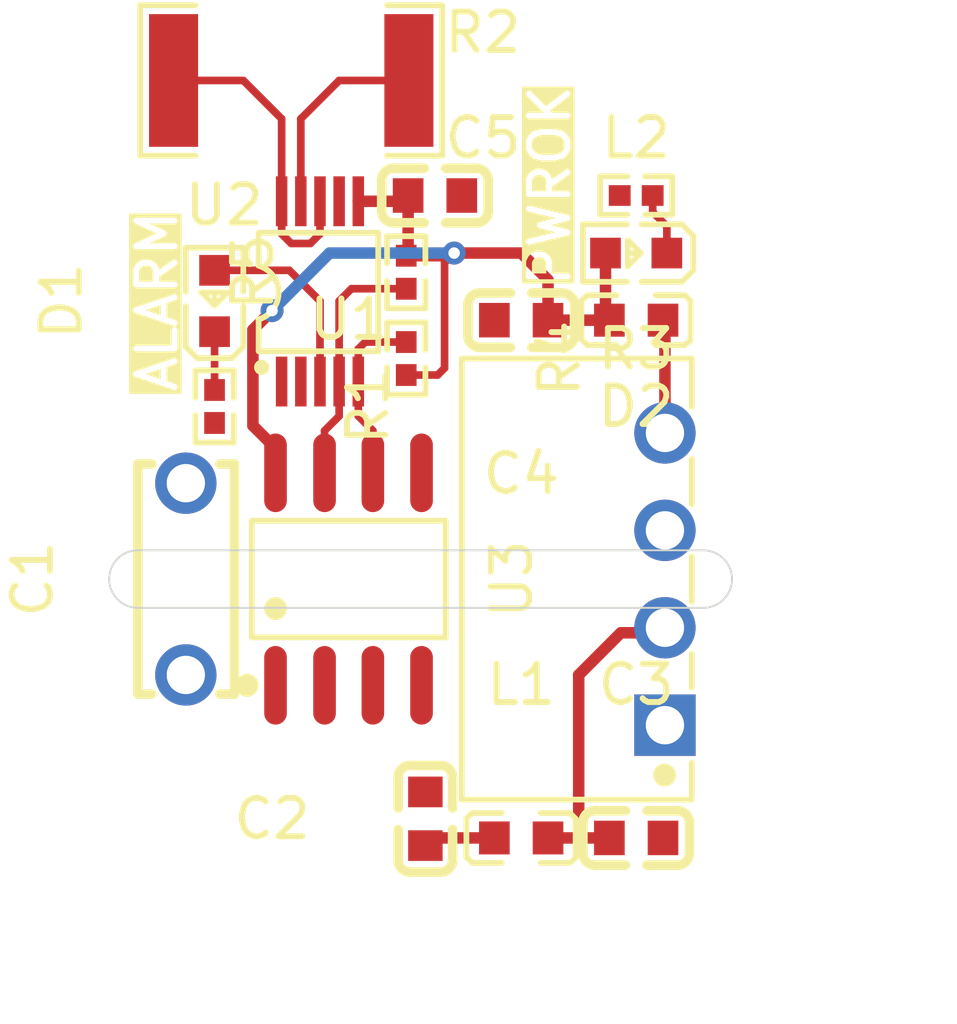
<source format=kicad_pcb>
(kicad_pcb (version 20241229) (generator "pcbnew") (generator_version "9.0")
  (layers (0 "F.Cu" signal) (2 "B.Cu" signal) (13 "F.Paste" user) (15 "B.Paste" user) (5 "F.SilkS" user "F.Silkscreen") (7 "B.SilkS" user "B.Silkscreen") (1 "F.Mask" user) (3 "B.Mask" user) (25 "Edge.Cuts" user))
  (net 0 "")
  (net 1 "line-1")
  (net 2 "hv")
  (net 3 "gnd-2")
  (net 4 "line")
  (net 5 "power_isolator-hv-1")
  (net 6 "hv-3")
  (net 7 "hv-5")
  (net 8 "alarm_led.led-cathode")
  (net 9 "gnd-1")
  (net 10 "power_indicator-cathode")
  (net 11 "hv-1")
  (net 12 "power_isolator-hv")
  (net 13 "hv-4")
  (net 14 "line-2")
  (net 15 "hv-2")
  (net 16 "ina228.ina288-line")
  (net 17 "ina228.ina288-line-1")
  (net 18 "line-3")
  (net 19 "gnd")
  (footprint "atopile:VSSOP-10_L3.0-W3.0-P0.50-LS4.9-BL-31a551" (layer "F.Cu") (at -0.75 -7.5 0)
    (property "Reference" "U2" (at -2.5 -2.25 0) (layer "F.SilkS") (hide no))
    (property "Value" "")
    (fp_line (start -1.6 -1.53) (end -1.6 -0.7) (stroke (width 0.15)) (layer "F.SilkS"))
    (fp_line (start -1.6 0.73) (end -1.6 1.56) (stroke (width 0.15)) (layer "F.SilkS"))
    (fp_line (start -1.58 -1.53) (end 1.52 -1.53) (stroke (width 0.15)) (layer "F.SilkS"))
    (fp_line (start -1.58 1.56) (end 1.52 1.56) (stroke (width 0.15)) (layer "F.SilkS"))
    (fp_line (start 1.52 1.57) (end 1.52 -1.53) (stroke (width 0.15)) (layer "F.SilkS"))
    (fp_arc (start -1.605241 -0.671551) (mid -1.079184 0.027267) (end -1.6 0.73) (stroke (width 0.15)) (layer "F.SilkS"))
    (fp_circle (center -1.52 1.98) (end -1.42 1.98) (stroke (width 0.2)) (fill no) (layer "F.SilkS"))
    (fp_text user "${REFERENCE}" (at -2.5 -2.25 0) (layer "F.SilkS"))
    (pad "1" smd rect (at -1 2.35 0) (size 0.3 1.3) (layers "F.Cu" "F.Mask" "F.Paste") (net 17 "ina228.ina288-line-1"))
    (pad "2" smd rect (at -0.5 2.35 0) (size 0.3 1.3) (layers "F.Cu" "F.Mask" "F.Paste") (net 16 "ina228.ina288-line"))
    (pad "3" smd rect (at 0 2.35 0) (size 0.3 1.3) (layers "F.Cu" "F.Mask" "F.Paste") (net 7 "hv-5"))
    (pad "4" smd rect (at 0.5 2.35 0) (size 0.3 1.3) (layers "F.Cu" "F.Mask" "F.Paste") (net 1 "line-1"))
    (pad "5" smd rect (at 1 2.35 0) (size 0.3 1.3) (layers "F.Cu" "F.Mask" "F.Paste") (net 4 "line"))
    (pad "6" smd rect (at 1 -2.35 0) (size 0.3 1.3) (layers "F.Cu" "F.Mask" "F.Paste") (net 13 "hv-4"))
    (pad "7" smd rect (at 0.5 -2.35 0) (size 0.3 1.3) (layers "F.Cu" "F.Mask" "F.Paste") (net 3 "gnd-2"))
    (pad "8" smd rect (at 0 -2.35 0) (size 0.3 1.3) (layers "F.Cu" "F.Mask" "F.Paste") (net 2 "hv"))
    (pad "9" smd rect (at -0.5 -2.35 0) (size 0.3 1.3) (layers "F.Cu" "F.Mask" "F.Paste") (net 15 "hv-2"))
    (pad "10" smd rect (at -1 -2.35 0) (size 0.3 1.3) (layers "F.Cu" "F.Mask" "F.Paste") (net 2 "hv"))
  )
  (footprint "atopile:R0402-56259e" (layer "F.Cu") (at 1.5 -8 90)
    (property "Reference" "R5" (at 0 -4 90) (layer "F.SilkS") (hide no))
    (property "Value" "1kΩ ±1% 62.5mW")
    (fp_line (start 0.94 -0.5) (end 0.23 -0.5) (stroke (width 0.15)) (layer "F.SilkS"))
    (fp_line (start -0.94 -0.5) (end -0.23 -0.5) (stroke (width 0.15)) (layer "F.SilkS"))
    (fp_line (start 0.94 0.5) (end 0.94 -0.5) (stroke (width 0.15)) (layer "F.SilkS"))
    (fp_line (start 0.23 0.5) (end 0.94 0.5) (stroke (width 0.15)) (layer "F.SilkS"))
    (fp_line (start -0.23 0.5) (end -0.94 0.5) (stroke (width 0.15)) (layer "F.SilkS"))
    (fp_line (start -0.94 0.5) (end -0.94 -0.5) (stroke (width 0.15)) (layer "F.SilkS"))
    (fp_text user "${REFERENCE}" (at 0 -4 90) (layer "F.SilkS"))
    (pad "1" smd rect (at -0.43 0 90) (size 0.57 0.54) (layers "F.Cu" "F.Mask" "F.Paste") (net 1 "line-1"))
    (pad "2" smd rect (at 0.43 0 90) (size 0.57 0.54) (layers "F.Cu" "F.Mask" "F.Paste") (net 13 "hv-4"))
  )
  (footprint "atopile:SOIC-8_L4.9-W3.9-P1.27-LS6.0-BL-6ccfeb" (layer "F.Cu") (at 0 0 0)
    (property "Reference" "U1" (at 0 -6.77 0) (layer "F.SilkS") (hide no))
    (property "Value" "")
    (fp_line (start -2.53 -1.52) (end 2.53 -1.52) (stroke (width 0.15)) (layer "F.SilkS"))
    (fp_line (start -2.53 1.52) (end -2.53 -1.52) (stroke (width 0.15)) (layer "F.SilkS"))
    (fp_line (start 2.53 -1.52) (end 2.53 1.52) (stroke (width 0.15)) (layer "F.SilkS"))
    (fp_line (start 2.53 1.52) (end -2.53 1.52) (stroke (width 0.15)) (layer "F.SilkS"))
    (fp_circle (center -2.65 2.77) (end -2.5 2.77) (stroke (width 0.3)) (fill no) (layer "F.SilkS"))
    (fp_circle (center -1.91 0.77) (end -1.76 0.77) (stroke (width 0.3)) (fill no) (layer "F.SilkS"))
    (fp_text user "${REFERENCE}" (at 0 -6.77 0) (layer "F.SilkS"))
    (pad "1" smd oval (at -1.91 2.77 0) (size 0.59 2.05) (layers "F.Cu" "F.Mask" "F.Paste") (net 6 "hv-3"))
    (pad "2" smd oval (at -0.63 2.77 0) (size 0.59 2.05) (layers "F.Cu" "F.Mask" "F.Paste") (net 18 "line-3"))
    (pad "3" smd oval (at 0.63 2.77 0) (size 0.59 2.05) (layers "F.Cu" "F.Mask" "F.Paste") (net 14 "line-2"))
    (pad "4" smd oval (at 1.9 2.77 0) (size 0.59 2.05) (layers "F.Cu" "F.Mask" "F.Paste") (net 9 "gnd-1"))
    (pad "5" smd oval (at 1.9 -2.77 0) (size 0.59 2.05) (layers "F.Cu" "F.Mask" "F.Paste") (net 3 "gnd-2"))
    (pad "6" smd oval (at 0.63 -2.77 0) (size 0.59 2.05) (layers "F.Cu" "F.Mask" "F.Paste") (net 4 "line"))
    (pad "7" smd oval (at -0.63 -2.77 0) (size 0.59 2.05) (layers "F.Cu" "F.Mask" "F.Paste") (net 1 "line-1"))
    (pad "8" smd oval (at -1.91 -2.77 0) (size 0.59 2.05) (layers "F.Cu" "F.Mask" "F.Paste") (net 13 "hv-4"))
  )
  (footprint "atopile:LED0603-RD-c81ffb" (layer "F.Cu") (at 7.5 -8.5 180)
    (property "Reference" "D2" (at 0 -4 0) (layer "F.SilkS") (hide no))
    (property "Value" "")
    (fp_line (start 1.39 -0.75) (end 1.39 0.73) (stroke (width 0.15)) (layer "F.SilkS"))
    (fp_line (start 0.24 0.75) (end 1.39 0.75) (stroke (width 0.15)) (layer "F.SilkS"))
    (fp_line (start 0.24 -0.75) (end 1.39 -0.75) (stroke (width 0.15)) (layer "F.SilkS"))
    (fp_line (start 0.22 0.33) (end 0.21 0.33) (stroke (width 0.15)) (layer "F.SilkS"))
    (fp_line (start 0.22 0) (end -0.12 0) (stroke (width 0.15)) (layer "F.SilkS"))
    (fp_line (start 0.22 -0.34) (end -0.12 0) (stroke (width 0.15)) (layer "F.SilkS"))
    (fp_line (start 0.22 -0.35) (end 0.22 0.33) (stroke (width 0.15)) (layer "F.SilkS"))
    (fp_line (start 0.22 -0.35) (end 0.22 -0.34) (stroke (width 0.15)) (layer "F.SilkS"))
    (fp_line (start 0.21 0.33) (end -0.12 0) (stroke (width 0.15)) (layer "F.SilkS"))
    (fp_line (start -0.14 0.75) (end -1.19 0.75) (stroke (width 0.15)) (layer "F.SilkS"))
    (fp_line (start -0.14 -0.75) (end -1.19 -0.75) (stroke (width 0.15)) (layer "F.SilkS"))
    (fp_line (start -1.49 0.45) (end -1.19 0.75) (stroke (width 0.15)) (layer "F.SilkS"))
    (fp_line (start -1.49 0.35) (end -1.49 0.45) (stroke (width 0.15)) (layer "F.SilkS"))
    (fp_line (start -1.49 -0.35) (end -1.49 0.35) (stroke (width 0.15)) (layer "F.SilkS"))
    (fp_line (start -1.49 -0.35) (end -1.49 -0.45) (stroke (width 0.15)) (layer "F.SilkS"))
    (fp_line (start -1.49 -0.45) (end -1.19 -0.75) (stroke (width 0.15)) (layer "F.SilkS"))
    (fp_text user "${REFERENCE}" (at 0 -4 0) (layer "F.SilkS"))
    (pad "1" smd rect (at -0.8 0 270) (size 0.8 0.8) (layers "F.Cu" "F.Mask" "F.Paste") (net 10 "power_indicator-cathode"))
    (pad "2" smd rect (at 0.8 0 270) (size 0.8 0.8) (layers "F.Cu" "F.Mask" "F.Paste") (net 13 "hv-4"))
  )
  (footprint "atopile:L0603-9cac2b" (layer "F.Cu") (at 7.5 -6.75 0)
    (property "Reference" "L2" (at 0 -4.75 0) (layer "F.SilkS") (hide no))
    (property "Value" "")
    (fp_line (start -1.43 -0.51) (end -1.27 -0.65) (stroke (width 0.15)) (layer "F.SilkS"))
    (fp_line (start -1.43 0.5) (end -1.43 -0.51) (stroke (width 0.15)) (layer "F.SilkS"))
    (fp_line (start -1.28 -0.65) (end -0.51 -0.65) (stroke (width 0.15)) (layer "F.SilkS"))
    (fp_line (start -1.28 0.65) (end -0.51 0.65) (stroke (width 0.15)) (layer "F.SilkS"))
    (fp_line (start -1.27 0.65) (end -1.43 0.5) (stroke (width 0.15)) (layer "F.SilkS"))
    (fp_line (start 1.27 -0.65) (end 0.51 -0.65) (stroke (width 0.15)) (layer "F.SilkS"))
    (fp_line (start 1.27 -0.65) (end 1.42 -0.5) (stroke (width 0.15)) (layer "F.SilkS"))
    (fp_line (start 1.27 0.65) (end 0.51 0.65) (stroke (width 0.15)) (layer "F.SilkS"))
    (fp_line (start 1.42 -0.5) (end 1.42 0.52) (stroke (width 0.15)) (layer "F.SilkS"))
    (fp_line (start 1.42 0.52) (end 1.27 0.65) (stroke (width 0.15)) (layer "F.SilkS"))
    (fp_text user "${REFERENCE}" (at 0 -4.75 0) (layer "F.SilkS"))
    (pad "1" smd rect (at -0.7 0 180) (size 0.8 0.86) (layers "F.Cu" "F.Mask" "F.Paste") (net 13 "hv-4"))
    (pad "2" smd rect (at 0.7 0 180) (size 0.8 0.86) (layers "F.Cu" "F.Mask" "F.Paste") (net 5 "power_isolator-hv-1"))
  )
  (footprint "atopile:LED0603-RD-c81ffb" (layer "F.Cu") (at -3.5 -7.25 90)
    (property "Reference" "D1" (at 0 -4 90) (layer "F.SilkS") (hide no))
    (property "Value" "")
    (fp_line (start 1.39 -0.75) (end 1.39 0.73) (stroke (width 0.15)) (layer "F.SilkS"))
    (fp_line (start 0.24 -0.75) (end 1.39 -0.75) (stroke (width 0.15)) (layer "F.SilkS"))
    (fp_line (start -0.14 -0.75) (end -1.19 -0.75) (stroke (width 0.15)) (layer "F.SilkS"))
    (fp_line (start -1.49 -0.45) (end -1.19 -0.75) (stroke (width 0.15)) (layer "F.SilkS"))
    (fp_line (start 0.22 -0.35) (end 0.22 -0.34) (stroke (width 0.15)) (layer "F.SilkS"))
    (fp_line (start 0.22 -0.35) (end 0.22 0.33) (stroke (width 0.15)) (layer "F.SilkS"))
    (fp_line (start -1.49 -0.35) (end -1.49 -0.45) (stroke (width 0.15)) (layer "F.SilkS"))
    (fp_line (start -1.49 -0.35) (end -1.49 0.35) (stroke (width 0.15)) (layer "F.SilkS"))
    (fp_line (start 0.22 -0.34) (end -0.12 0) (stroke (width 0.15)) (layer "F.SilkS"))
    (fp_line (start 0.22 0) (end -0.12 0) (stroke (width 0.15)) (layer "F.SilkS"))
    (fp_line (start 0.22 0.33) (end 0.21 0.33) (stroke (width 0.15)) (layer "F.SilkS"))
    (fp_line (start 0.21 0.33) (end -0.12 0) (stroke (width 0.15)) (layer "F.SilkS"))
    (fp_line (start -1.49 0.35) (end -1.49 0.45) (stroke (width 0.15)) (layer "F.SilkS"))
    (fp_line (start -1.49 0.45) (end -1.19 0.75) (stroke (width 0.15)) (layer "F.SilkS"))
    (fp_line (start 0.24 0.75) (end 1.39 0.75) (stroke (width 0.15)) (layer "F.SilkS"))
    (fp_line (start -0.14 0.75) (end -1.19 0.75) (stroke (width 0.15)) (layer "F.SilkS"))
    (fp_text user "${REFERENCE}" (at 0 -4 90) (layer "F.SilkS"))
    (pad "1" smd rect (at -0.8 0 180) (size 0.8 0.8) (layers "F.Cu" "F.Mask" "F.Paste") (net 8 "alarm_led.led-cathode"))
    (pad "2" smd rect (at 0.8 0 180) (size 0.8 0.8) (layers "F.Cu" "F.Mask" "F.Paste") (net 7 "hv-5"))
  )
  (footprint "atopile:C0603-bd72f6" (layer "F.Cu") (at 2 6.25 90)
    (property "Reference" "C2" (at 0 -4 0) (layer "F.SilkS") (hide no))
    (property "Value" "4.7µF ±10% 10V X5R")
    (fp_line (start 0.28 -0.71) (end 1.08 -0.71) (stroke (width 0.25)) (layer "F.SilkS"))
    (fp_line (start -0.28 -0.71) (end -1.08 -0.71) (stroke (width 0.25)) (layer "F.SilkS"))
    (fp_line (start 1.39 -0.4) (end 1.39 0.4) (stroke (width 0.25)) (layer "F.SilkS"))
    (fp_line (start -1.39 0.4) (end -1.39 -0.4) (stroke (width 0.25)) (layer "F.SilkS"))
    (fp_line (start 0.28 0.71) (end 1.08 0.71) (stroke (width 0.25)) (layer "F.SilkS"))
    (fp_line (start -0.28 0.71) (end -1.08 0.71) (stroke (width 0.25)) (layer "F.SilkS"))
    (fp_arc (start 1.08 -0.71) (mid 1.299203 -0.619203) (end 1.39 -0.4) (stroke (width 0.25)) (layer "F.SilkS"))
    (fp_arc (start -1.39 -0.4) (mid -1.299203 -0.619203) (end -1.08 -0.71) (stroke (width 0.25)) (layer "F.SilkS"))
    (fp_arc (start 1.39 0.4) (mid 1.299203 0.619203) (end 1.08 0.71) (stroke (width 0.25)) (layer "F.SilkS"))
    (fp_arc (start -1.08 0.71) (mid -1.299203 0.619203) (end -1.39 0.4) (stroke (width 0.25)) (layer "F.SilkS"))
    (fp_text user "${REFERENCE}" (at 0 -4 0) (layer "F.SilkS"))
    (pad "1" smd rect (at -0.7 0 90) (size 0.8 0.9) (layers "F.Cu" "F.Mask" "F.Paste") (net 11 "hv-1"))
    (pad "2" smd rect (at 0.7 0 90) (size 0.8 0.9) (layers "F.Cu" "F.Mask" "F.Paste") (net 19 "gnd"))
  )
  (footprint "atopile:L0603-9cac2b" (layer "F.Cu") (at 4.5 6.75 0)
    (property "Reference" "L1" (at 0 -4 0) (layer "F.SilkS") (hide no))
    (property "Value" "")
    (fp_line (start -1.43 -0.51) (end -1.27 -0.65) (stroke (width 0.15)) (layer "F.SilkS"))
    (fp_line (start -1.43 0.5) (end -1.43 -0.51) (stroke (width 0.15)) (layer "F.SilkS"))
    (fp_line (start -1.28 -0.65) (end -0.51 -0.65) (stroke (width 0.15)) (layer "F.SilkS"))
    (fp_line (start -1.28 0.65) (end -0.51 0.65) (stroke (width 0.15)) (layer "F.SilkS"))
    (fp_line (start -1.27 0.65) (end -1.43 0.5) (stroke (width 0.15)) (layer "F.SilkS"))
    (fp_line (start 1.27 -0.65) (end 0.51 -0.65) (stroke (width 0.15)) (layer "F.SilkS"))
    (fp_line (start 1.27 -0.65) (end 1.42 -0.5) (stroke (width 0.15)) (layer "F.SilkS"))
    (fp_line (start 1.27 0.65) (end 0.51 0.65) (stroke (width 0.15)) (layer "F.SilkS"))
    (fp_line (start 1.42 -0.5) (end 1.42 0.52) (stroke (width 0.15)) (layer "F.SilkS"))
    (fp_line (start 1.42 0.52) (end 1.27 0.65) (stroke (width 0.15)) (layer "F.SilkS"))
    (fp_text user "${REFERENCE}" (at 0 -4 0) (layer "F.SilkS"))
    (pad "1" smd rect (at -0.7 0 180) (size 0.8 0.86) (layers "F.Cu" "F.Mask" "F.Paste") (net 11 "hv-1"))
    (pad "2" smd rect (at 0.7 0 180) (size 0.8 0.86) (layers "F.Cu" "F.Mask" "F.Paste") (net 12 "power_isolator-hv"))
  )
  (footprint "atopile:C0603-bd72f6" (layer "F.Cu") (at 7.5 6.75 0)
    (property "Reference" "C3" (at 0 -4 0) (layer "F.SilkS") (hide no))
    (property "Value" "4.7µF ±10% 10V X5R")
    (fp_line (start -1.39 0.4) (end -1.39 -0.4) (stroke (width 0.25)) (layer "F.SilkS"))
    (fp_line (start -0.28 -0.71) (end -1.08 -0.71) (stroke (width 0.25)) (layer "F.SilkS"))
    (fp_line (start -0.28 0.71) (end -1.08 0.71) (stroke (width 0.25)) (layer "F.SilkS"))
    (fp_line (start 0.28 -0.71) (end 1.08 -0.71) (stroke (width 0.25)) (layer "F.SilkS"))
    (fp_line (start 0.28 0.71) (end 1.08 0.71) (stroke (width 0.25)) (layer "F.SilkS"))
    (fp_line (start 1.39 -0.4) (end 1.39 0.4) (stroke (width 0.25)) (layer "F.SilkS"))
    (fp_arc (start -1.39 -0.4) (mid -1.299203 -0.619203) (end -1.08 -0.71) (stroke (width 0.25)) (layer "F.SilkS"))
    (fp_arc (start -1.08 0.71) (mid -1.299203 0.619203) (end -1.39 0.4) (stroke (width 0.25)) (layer "F.SilkS"))
    (fp_arc (start 1.08 -0.71) (mid 1.299203 -0.619203) (end 1.39 -0.4) (stroke (width 0.25)) (layer "F.SilkS"))
    (fp_arc (start 1.39 0.4) (mid 1.299203 0.619203) (end 1.08 0.71) (stroke (width 0.25)) (layer "F.SilkS"))
    (fp_text user "${REFERENCE}" (at 0 -4 0) (layer "F.SilkS"))
    (pad "1" smd rect (at -0.7 0 0) (size 0.8 0.9) (layers "F.Cu" "F.Mask" "F.Paste") (net 12 "power_isolator-hv"))
    (pad "2" smd rect (at 0.7 0 0) (size 0.8 0.9) (layers "F.Cu" "F.Mask" "F.Paste") (net 19 "gnd"))
  )
  (footprint "atopile:R0402-56259e" (layer "F.Cu") (at 7.5 -10 180)
    (property "Reference" "R3" (at 0 -4 0) (layer "F.SilkS") (hide no))
    (property "Value" "1kΩ ±1% 62.5mW")
    (fp_line (start 0.94 0.5) (end 0.94 -0.5) (stroke (width 0.15)) (layer "F.SilkS"))
    (fp_line (start 0.94 -0.5) (end 0.23 -0.5) (stroke (width 0.15)) (layer "F.SilkS"))
    (fp_line (start 0.23 0.5) (end 0.94 0.5) (stroke (width 0.15)) (layer "F.SilkS"))
    (fp_line (start -0.23 0.5) (end -0.94 0.5) (stroke (width 0.15)) (layer "F.SilkS"))
    (fp_line (start -0.94 0.5) (end -0.94 -0.5) (stroke (width 0.15)) (layer "F.SilkS"))
    (fp_line (start -0.94 -0.5) (end -0.23 -0.5) (stroke (width 0.15)) (layer "F.SilkS"))
    (fp_text user "${REFERENCE}" (at 0 -4 0) (layer "F.SilkS"))
    (pad "1" smd rect (at -0.43 0 180) (size 0.57 0.54) (layers "F.Cu" "F.Mask" "F.Paste") (net 10 "power_indicator-cathode"))
    (pad "2" smd rect (at 0.43 0 180) (size 0.57 0.54) (layers "F.Cu" "F.Mask" "F.Paste") (net 3 "gnd-2"))
  )
  (footprint "atopile:R0402-56259e" (layer "F.Cu") (at 1.5 -5.75 -90)
    (property "Reference" "R4" (at 0 -4 90) (layer "F.SilkS") (hide no))
    (property "Value" "1kΩ ±1% 62.5mW")
    (fp_line (start -0.94 0.5) (end -0.94 -0.5) (stroke (width 0.15)) (layer "F.SilkS"))
    (fp_line (start -0.23 0.5) (end -0.94 0.5) (stroke (width 0.15)) (layer "F.SilkS"))
    (fp_line (start 0.23 0.5) (end 0.94 0.5) (stroke (width 0.15)) (layer "F.SilkS"))
    (fp_line (start 0.94 0.5) (end 0.94 -0.5) (stroke (width 0.15)) (layer "F.SilkS"))
    (fp_line (start -0.94 -0.5) (end -0.23 -0.5) (stroke (width 0.15)) (layer "F.SilkS"))
    (fp_line (start 0.94 -0.5) (end 0.23 -0.5) (stroke (width 0.15)) (layer "F.SilkS"))
    (fp_text user "${REFERENCE}" (at 0 -4 90) (layer "F.SilkS"))
    (pad "1" smd rect (at -0.43 0 270) (size 0.57 0.54) (layers "F.Cu" "F.Mask" "F.Paste") (net 4 "line"))
    (pad "2" smd rect (at 0.43 0 270) (size 0.57 0.54) (layers "F.Cu" "F.Mask" "F.Paste") (net 13 "hv-4"))
  )
  (footprint "atopile:CAP-TH_L6.0-W2.5-P5.00-D1.0-5e41da" (layer "F.Cu") (at -4.25 0 90)
    (property "Reference" "C1" (at 0 -4 90) (layer "F.SilkS") (hide no))
    (property "Value" "270pF ±10% 2kV")
    (fp_line (start 3 -1.25) (end -3 -1.25) (stroke (width 0.25)) (layer "F.SilkS"))
    (fp_line (start -3 -1.25) (end -3 -0.89) (stroke (width 0.25)) (layer "F.SilkS"))
    (fp_line (start 3 -0.89) (end 3 -1.25) (stroke (width 0.25)) (layer "F.SilkS"))
    (fp_line (start 3 0.89) (end 3 1.27) (stroke (width 0.25)) (layer "F.SilkS"))
    (fp_line (start 3 1.27) (end -3 1.27) (stroke (width 0.25)) (layer "F.SilkS"))
    (fp_line (start -3 1.27) (end -3 0.89) (stroke (width 0.25)) (layer "F.SilkS"))
    (fp_text user "${REFERENCE}" (at 0 -4 90) (layer "F.SilkS"))
    (pad "1" thru_hole circle (at -2.5 0 90) (size 1.6 1.6) (drill 0.999998) (layers "*.Cu" "*.Mask") (net 19 "gnd"))
    (pad "2" thru_hole circle (at 2.5 0 90) (size 1.6 1.6) (drill 0.999998) (layers "*.Cu" "*.Mask") (net 3 "gnd-2"))
  )
  (footprint "atopile:C0603-bd72f6" (layer "F.Cu") (at 2.25 -10 0)
    (property "Reference" "C5" (at 1.25 -1.5 0) (layer "F.SilkS") (hide no))
    (property "Value" "100nF ±10% 50V X7R")
    (fp_line (start -1.39 0.4) (end -1.39 -0.4) (stroke (width 0.25)) (layer "F.SilkS"))
    (fp_line (start -0.28 -0.71) (end -1.08 -0.71) (stroke (width 0.25)) (layer "F.SilkS"))
    (fp_line (start -0.28 0.71) (end -1.08 0.71) (stroke (width 0.25)) (layer "F.SilkS"))
    (fp_line (start 0.28 -0.71) (end 1.08 -0.71) (stroke (width 0.25)) (layer "F.SilkS"))
    (fp_line (start 0.28 0.71) (end 1.08 0.71) (stroke (width 0.25)) (layer "F.SilkS"))
    (fp_line (start 1.39 -0.4) (end 1.39 0.4) (stroke (width 0.25)) (layer "F.SilkS"))
    (fp_arc (start -1.39 -0.4) (mid -1.299203 -0.619203) (end -1.08 -0.71) (stroke (width 0.25)) (layer "F.SilkS"))
    (fp_arc (start -1.08 0.71) (mid -1.299203 0.619203) (end -1.39 0.4) (stroke (width 0.25)) (layer "F.SilkS"))
    (fp_arc (start 1.08 -0.71) (mid 1.299203 -0.619203) (end 1.39 -0.4) (stroke (width 0.25)) (layer "F.SilkS"))
    (fp_arc (start 1.39 0.4) (mid 1.299203 0.619203) (end 1.08 0.71) (stroke (width 0.25)) (layer "F.SilkS"))
    (fp_text user "${REFERENCE}" (at 1.25 -1.5 0) (layer "F.SilkS"))
    (pad "1" smd rect (at -0.7 0 0) (size 0.8 0.9) (layers "F.Cu" "F.Mask" "F.Paste") (net 13 "hv-4"))
    (pad "2" smd rect (at 0.7 0 0) (size 0.8 0.9) (layers "F.Cu" "F.Mask" "F.Paste") (net 3 "gnd-2"))
  )
  (footprint "atopile:C0603-bd72f6" (layer "F.Cu") (at 4.5 -6.75 180)
    (property "Reference" "C4" (at 0 -4 0) (layer "F.SilkS") (hide no))
    (property "Value" "10µF ±20% 6.3V X5R")
    (fp_line (start 1.39 -0.4) (end 1.39 0.4) (stroke (width 0.25)) (layer "F.SilkS"))
    (fp_line (start 0.28 0.71) (end 1.08 0.71) (stroke (width 0.25)) (layer "F.SilkS"))
    (fp_line (start 0.28 -0.71) (end 1.08 -0.71) (stroke (width 0.25)) (layer "F.SilkS"))
    (fp_line (start -0.28 0.71) (end -1.08 0.71) (stroke (width 0.25)) (layer "F.SilkS"))
    (fp_line (start -0.28 -0.71) (end -1.08 -0.71) (stroke (width 0.25)) (layer "F.SilkS"))
    (fp_line (start -1.39 0.4) (end -1.39 -0.4) (stroke (width 0.25)) (layer "F.SilkS"))
    (fp_arc (start 1.39 0.4) (mid 1.299203 0.619203) (end 1.08 0.71) (stroke (width 0.25)) (layer "F.SilkS"))
    (fp_arc (start 1.08 -0.71) (mid 1.299203 -0.619203) (end 1.39 -0.4) (stroke (width 0.25)) (layer "F.SilkS"))
    (fp_arc (start -1.08 0.71) (mid -1.299203 0.619203) (end -1.39 0.4) (stroke (width 0.25)) (layer "F.SilkS"))
    (fp_arc (start -1.39 -0.4) (mid -1.299203 -0.619203) (end -1.08 -0.71) (stroke (width 0.25)) (layer "F.SilkS"))
    (fp_text user "${REFERENCE}" (at 0 -4 0) (layer "F.SilkS"))
    (pad "1" smd rect (at -0.7 0 180) (size 0.8 0.9) (layers "F.Cu" "F.Mask" "F.Paste") (net 13 "hv-4"))
    (pad "2" smd rect (at 0.7 0 180) (size 0.8 0.9) (layers "F.Cu" "F.Mask" "F.Paste") (net 3 "gnd-2"))
  )
  (footprint "atopile:R2512-78e9bd" (layer "F.Cu") (at -1.5 -13 0)
    (property "Reference" "R2" (at 5 -1.25 0) (layer "F.SilkS") (hide no))
    (property "Value" "15mΩ ±1% 2W")
    (fp_line (start -3.94 -1.96) (end -2.5 -1.96) (stroke (width 0.15)) (layer "F.SilkS"))
    (fp_line (start -3.94 1.96) (end -3.94 -1.96) (stroke (width 0.15)) (layer "F.SilkS"))
    (fp_line (start -2.5 1.96) (end -3.94 1.96) (stroke (width 0.15)) (layer "F.SilkS"))
    (fp_line (start 2.5 1.96) (end 3.94 1.96) (stroke (width 0.15)) (layer "F.SilkS"))
    (fp_line (start 3.94 -1.96) (end 2.5 -1.96) (stroke (width 0.15)) (layer "F.SilkS"))
    (fp_line (start 3.94 1.96) (end 3.94 -1.96) (stroke (width 0.15)) (layer "F.SilkS"))
    (fp_text user "${REFERENCE}" (at 5 -1.25 0) (layer "F.SilkS"))
    (pad "1" smd rect (at -3.07 0 0) (size 1.28 3.46) (layers "F.Cu" "F.Mask" "F.Paste") (net 2 "hv"))
    (pad "2" smd rect (at 3.07 0 0) (size 1.28 3.46) (layers "F.Cu" "F.Mask" "F.Paste") (net 15 "hv-2"))
  )
  (footprint "atopile:R0402-56259e" (layer "F.Cu") (at -3.5 -4.5 -90)
    (property "Reference" "R1" (at 0 -4 90) (layer "F.SilkS") (hide no))
    (property "Value" "1kΩ ±1% 62.5mW")
    (fp_line (start -0.94 0.5) (end -0.94 -0.5) (stroke (width 0.15)) (layer "F.SilkS"))
    (fp_line (start -0.23 0.5) (end -0.94 0.5) (stroke (width 0.15)) (layer "F.SilkS"))
    (fp_line (start 0.23 0.5) (end 0.94 0.5) (stroke (width 0.15)) (layer "F.SilkS"))
    (fp_line (start 0.94 0.5) (end 0.94 -0.5) (stroke (width 0.15)) (layer "F.SilkS"))
    (fp_line (start -0.94 -0.5) (end -0.23 -0.5) (stroke (width 0.15)) (layer "F.SilkS"))
    (fp_line (start 0.94 -0.5) (end 0.23 -0.5) (stroke (width 0.15)) (layer "F.SilkS"))
    (fp_text user "${REFERENCE}" (at 0 -4 90) (layer "F.SilkS"))
    (pad "1" smd rect (at -0.43 0 270) (size 0.57 0.54) (layers "F.Cu" "F.Mask" "F.Paste") (net 8 "alarm_led.led-cathode"))
    (pad "2" smd rect (at 0.43 0 270) (size 0.57 0.54) (layers "F.Cu" "F.Mask" "F.Paste") (net 3 "gnd-2"))
  )
  (footprint "atopile:PWRM-TH_B0505S-1WR3-83f76b" (layer "F.Cu") (at 8.25 0 90)
    (property "Reference" "U3" (at 0 -4 90) (layer "F.SilkS") (hide no))
    (property "Value" "")
    (fp_line (start 5.75 -5.3) (end -5.75 -5.3) (stroke (width 0.15)) (layer "F.SilkS"))
    (fp_line (start -5.75 -5.3) (end -5.75 0.7) (stroke (width 0.15)) (layer "F.SilkS"))
    (fp_line (start 5.75 0.7) (end 5.75 -5.3) (stroke (width 0.15)) (layer "F.SilkS"))
    (fp_line (start 4.49 0.7) (end 5.75 0.7) (stroke (width 0.15)) (layer "F.SilkS"))
    (fp_line (start 1.95 0.7) (end 3.13 0.7) (stroke (width 0.15)) (layer "F.SilkS"))
    (fp_line (start -0.59 0.7) (end 0.59 0.7) (stroke (width 0.15)) (layer "F.SilkS"))
    (fp_line (start -0.59 0.7) (end -0.46 0.7) (stroke (width 0.15)) (layer "F.SilkS"))
    (fp_line (start -2.83 0.7) (end -1.95 0.7) (stroke (width 0.15)) (layer "F.SilkS"))
    (fp_line (start -5.75 0.7) (end -4.79 0.7) (stroke (width 0.15)) (layer "F.SilkS"))
    (fp_circle (center -5.11 -0.01) (end -4.96 -0.01) (stroke (width 0.3)) (fill no) (layer "F.SilkS"))
    (fp_text user "${REFERENCE}" (at 0 -4 90) (layer "F.SilkS"))
    (pad "1" thru_hole rect (at -3.81 0 90) (size 1.6 1.6) (drill 0.999998) (layers "*.Cu" "*.Mask") (net 19 "gnd"))
    (pad "2" thru_hole circle (at -1.27 0 90) (size 1.6 1.6) (drill 0.999998) (layers "*.Cu" "*.Mask") (net 12 "power_isolator-hv"))
    (pad "3" thru_hole circle (at 1.27 0 90) (size 1.6 1.6) (drill 0.999998) (layers "*.Cu" "*.Mask") (net 3 "gnd-2"))
    (pad "4" thru_hole circle (at 3.81 0 90) (size 1.6 1.6) (drill 0.999998) (layers "*.Cu" "*.Mask") (net 5 "power_isolator-hv-1"))
  )
  (via (at -2 -7) (size 0.6) (drill 0.3) (layers "F.Cu" "B.Cu") (net 13))
  (via (at 2.75 -8.5) (size 0.6) (drill 0.3) (layers "F.Cu" "B.Cu") (net 13))
  (segment (start -0.25 -5.15) (end -0.25 -7.25) (width 0.2) (net 1) (layer "F.Cu"))
  (segment (start -0.63 -3.87) (end -0.25 -4.25) (width 0.2) (net 1) (layer "F.Cu"))
  (segment (start -0.63 -2.77) (end -0.63 -3.87) (width 0.2) (net 1) (layer "F.Cu"))
  (segment (start -0.25 -5.15) (end -0.25 -4.25) (width 0.2) (net 1) (layer "F.Cu"))
  (segment (start 0.07 -7.57) (end 1.5 -7.57) (width 0.2) (net 1) (layer "F.Cu"))
  (segment (start -0.25 -7.25) (end 0.07 -7.57) (width 0.2) (net 1) (layer "F.Cu"))
  (segment (start -1 -8.75) (end -0.75 -9) (width 0.2) (net 2) (layer "F.Cu"))
  (segment (start -1.5 -8.75) (end -1 -8.75) (width 0.2) (net 2) (layer "F.Cu"))
  (segment (start -1.75 -12) (end -1.75 -9.85) (width 0.2) (net 2) (layer "F.Cu"))
  (segment (start -0.75 -9) (end -0.75 -9.85) (width 0.2) (net 2) (layer "F.Cu"))
  (segment (start -2.75 -13) (end -1.75 -12) (width 0.2) (net 2) (layer "F.Cu"))
  (segment (start -1.75 -9.85) (end -1.75 -9) (width 0.2) (net 2) (layer "F.Cu"))
  (segment (start -1.75 -9) (end -1.5 -8.75) (width 0.2) (net 2) (layer "F.Cu"))
  (segment (start -4.57 -13) (end -2.75 -13) (width 0.2) (net 2) (layer "F.Cu"))
  (segment (start 0.25 -5.15) (end 0.25 -4.25) (width 0.2) (net 4) (layer "F.Cu"))
  (segment (start 0.25 -6) (end 0.43 -6.18) (width 0.2) (net 4) (layer "F.Cu"))
  (segment (start 0.43 -6.18) (end 1.5 -6.18) (width 0.2) (net 4) (layer "F.Cu"))
  (segment (start 0.63 -3.87) (end 0.25 -4.25) (width 0.2) (net 4) (layer "F.Cu"))
  (segment (start 0.25 -5.15) (end 0.25 -6) (width 0.2) (net 4) (layer "F.Cu"))
  (segment (start 0.63 -2.77) (end 0.63 -3.87) (width 0.2) (net 4) (layer "F.Cu"))
  (segment (start 8.25 -6.7) (end 8.2 -6.75) (width 0.3) (net 5) (layer "F.Cu"))
  (segment (start 8.25 -3.81) (end 8.25 -6.7) (width 0.3) (net 5) (layer "F.Cu"))
  (segment (start -3.5 -8.05) (end -1.55 -8.05) (width 0.2) (net 7) (layer "F.Cu"))
  (segment (start -0.75 -7.25) (end -0.75 -5.15) (width 0.2) (net 7) (layer "F.Cu"))
  (segment (start -1.55 -8.05) (end -0.75 -7.25) (width 0.2) (net 7) (layer "F.Cu"))
  (segment (start -3.5 -6.45) (end -3.5 -4.93) (width 0.2) (net 8) (layer "F.Cu"))
  (segment (start 8.3 -9.2) (end 7.93 -9.57) (width 0.2) (net 10) (layer "F.Cu"))
  (segment (start 7.93 -9.57) (end 7.93 -10) (width 0.2) (net 10) (layer "F.Cu"))
  (segment (start 8.3 -8.5) (end 8.3 -9.2) (width 0.2) (net 10) (layer "F.Cu"))
  (segment (start 2.2 6.75) (end 2 6.95) (width 0.3) (net 11) (layer "F.Cu"))
  (segment (start 3.8 6.75) (end 2.2 6.75) (width 0.3) (net 11) (layer "F.Cu"))
  (segment (start 5.2 6.75) (end 6 6.75) (width 0.3) (net 12) (layer "F.Cu"))
  (segment (start 6 2.5) (end 7.099 1.401) (width 0.3) (net 12) (layer "F.Cu"))
  (segment (start 6 6.75) (end 6.8 6.75) (width 0.3) (net 12) (layer "F.Cu"))
  (segment (start 6 6.75) (end 6 2.5) (width 0.3) (net 12) (layer "F.Cu"))
  (segment (start 7.099 1.401) (end 8.25 1.401) (width 0.3) (net 12) (layer "F.Cu"))
  (segment (start 1.5 -8.43) (end 2.68 -8.43) (width 0.3) (net 13) (layer "F.Cu"))
  (segment (start 4.5 -8.5) (end 2.75 -8.5) (width 0.3) (net 13) (layer "F.Cu"))
  (segment (start -1.91 -3.41) (end -2.5 -4) (width 0.3) (net 13) (layer "F.Cu"))
  (segment (start -2.5 -4) (end -2.5 -6.5) (width 0.3) (net 13) (layer "F.Cu"))
  (segment (start 1.5 -5.32) (end 2.32 -5.32) (width 0.2) (net 13) (layer "F.Cu"))
  (segment (start 1.55 -8.48) (end 1.5 -8.43) (width 0.3) (net 13) (layer "F.Cu"))
  (segment (start 6.7 -6.85) (end 6.8 -6.75) (width 0.3) (net 13) (layer "F.Cu"))
  (segment (start 6.7 -8.5) (end 6.7 -6.85) (width 0.3) (net 13) (layer "F.Cu"))
  (segment (start 2.32 -5.32) (end 2.5 -5.5) (width 0.2) (net 13) (layer "F.Cu"))
  (segment (start 2.5 -5.5) (end 2.5 -8.25) (width 0.2) (net 13) (layer "F.Cu"))
  (segment (start 5.2 -6.75) (end 5.2 -7.8) (width 0.3) (net 13) (layer "F.Cu"))
  (segment (start -1.91 -2.77) (end -1.91 -3.41) (width 0.3) (net 13) (layer "F.Cu"))
  (segment (start -2.5 -6.5) (end -2 -7) (width 0.3) (net 13) (layer "F.Cu"))
  (segment (start 1.55 -10) (end 1.55 -8.48) (width 0.3) (net 13) (layer "F.Cu"))
  (segment (start 0.25 -9.85) (end 1.4 -9.85) (width 0.3) (net 13) (layer "F.Cu"))
  (segment (start 5.2 -7.8) (end 4.5 -8.5) (width 0.3) (net 13) (layer "F.Cu"))
  (segment (start 6.8 -6.75) (end 5.2 -6.75) (width 0.3) (net 13) (layer "F.Cu"))
  (segment (start 1.4 -9.85) (end 1.55 -10) (width 0.3) (net 13) (layer "F.Cu"))
  (segment (start 2.68 -8.43) (end 2.75 -8.5) (width 0.3) (net 13) (layer "F.Cu"))
  (segment (start 2.5 -8.25) (end 2.75 -8.5) (width 0.2) (net 13) (layer "F.Cu"))
  (segment (start -2 -7) (end -0.5 -8.5) (width 0.3) (net 13) (layer "B.Cu"))
  (segment (start -0.5 -8.5) (end 2.75 -8.5) (width 0.3) (net 13) (layer "B.Cu"))
  (segment (start -1.25 -9.85) (end -1.25 -12) (width 0.2) (net 15) (layer "F.Cu"))
  (segment (start -1.25 -12) (end -0.25 -13) (width 0.2) (net 15) (layer "F.Cu"))
  (segment (start -0.25 -13) (end 1.57 -13) (width 0.2) (net 15) (layer "F.Cu"))
  (gr_line (start 9.25 0.75) (end -5.5 0.75) (stroke (width 0.05)) (layer "Edge.Cuts"))
  (gr_line (start -5.5 -0.75) (end 9.25 -0.75) (stroke (width 0.05)) (layer "Edge.Cuts"))
  (gr_arc (start 9.25 -0.75) (mid 10 0) (end 9.25 0.75) (stroke (width 0.05)) (layer "Edge.Cuts"))
  (gr_arc (start -5.5 0.75) (mid -6.25 0) (end -5.5 -0.75) (stroke (width 0.05)) (layer "Edge.Cuts"))
  (gr_text "PWROK" (at 5.25 -10.25 90) (layer "F.SilkS" knockout) (effects (font (size 1 1))))
  (gr_text "ALARM" (at -5 -7.25 90) (layer "F.SilkS" knockout) (effects (font (size 1 1))))
)
</source>
